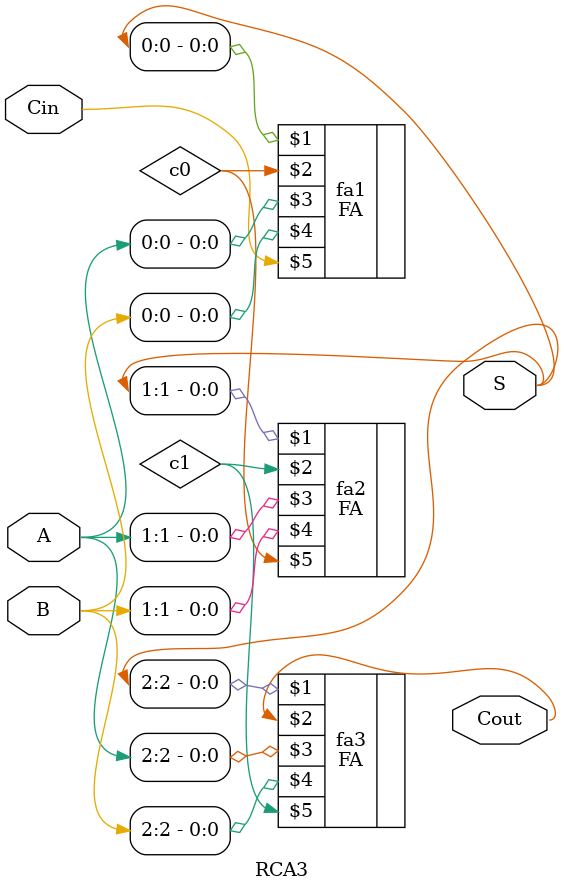
<source format=v>
module RCA3 (S, Cout, A, B, Cin);

	input [2:0] A, B;
	input Cin;
	output [2:0] S;
	output Cout;

	wire c0, c1;

	FA fa1 (S[0], c0, A[0], B[0], Cin);
	FA fa2 (S[1], c1, A[1], B[1], c0);
	FA fa3 (S[2], Cout, A[2], B[2], c1);

endmodule
</source>
